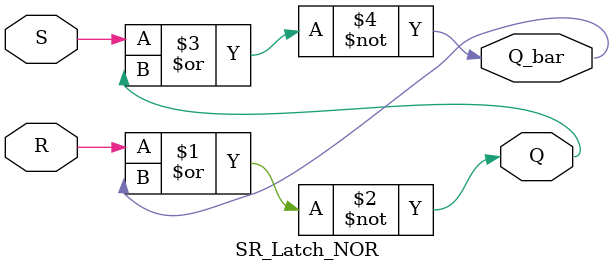
<source format=v>
`timescale 1ns / 1ps


module SR_Latch_NOR(
    input S,
    input R,
    output Q,
    output Q_bar
    );
    nor n1(Q,R,Q_bar);
    nor n2(Q_bar,S,Q);
endmodule

</source>
